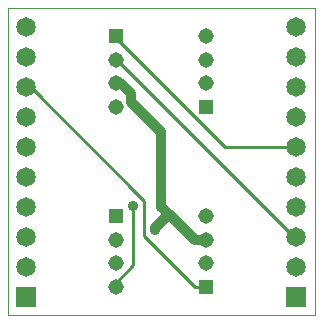
<source format=gbl>
G75*
%MOIN*%
%OFA0B0*%
%FSLAX25Y25*%
%IPPOS*%
%LPD*%
%AMOC8*
5,1,8,0,0,1.08239X$1,22.5*
%
%ADD10C,0.00000*%
%ADD11R,0.05150X0.05150*%
%ADD12C,0.05150*%
%ADD13R,0.06500X0.06500*%
%ADD14C,0.06500*%
%ADD15C,0.01000*%
%ADD16C,0.03600*%
%ADD17C,0.03200*%
D10*
X0001000Y0001000D02*
X0103500Y0001039D01*
X0103500Y0103500D01*
X0001000Y0103500D01*
X0001000Y0001000D01*
D11*
X0037250Y0034061D03*
X0067250Y0010439D03*
X0067250Y0070439D03*
X0037250Y0094061D03*
D12*
X0037250Y0086187D03*
X0037250Y0078313D03*
X0037250Y0070439D03*
X0067250Y0078313D03*
X0067250Y0086187D03*
X0067250Y0094061D03*
X0067250Y0034061D03*
X0067250Y0026187D03*
X0067250Y0018313D03*
X0037250Y0018313D03*
X0037250Y0026187D03*
X0037250Y0010439D03*
D13*
X0007250Y0007250D03*
X0097250Y0007250D03*
D14*
X0097250Y0017250D03*
X0097250Y0027250D03*
X0097250Y0037250D03*
X0097250Y0047250D03*
X0097250Y0057250D03*
X0097250Y0067250D03*
X0097250Y0077250D03*
X0097250Y0087250D03*
X0097250Y0097250D03*
X0007250Y0097250D03*
X0007250Y0087250D03*
X0007250Y0077250D03*
X0007250Y0067250D03*
X0007250Y0057250D03*
X0007250Y0047250D03*
X0007250Y0037250D03*
X0007250Y0027250D03*
X0007250Y0017250D03*
D15*
X0037450Y0012250D02*
X0037450Y0010450D01*
X0037250Y0010439D01*
X0037450Y0012250D02*
X0042850Y0017650D01*
X0042850Y0037450D01*
X0046450Y0039250D02*
X0007750Y0077950D01*
X0007250Y0077250D01*
X0037250Y0078313D02*
X0037450Y0077950D01*
X0037450Y0086050D02*
X0037250Y0086187D01*
X0037450Y0086050D02*
X0096850Y0026650D01*
X0097250Y0027250D01*
X0097250Y0057250D02*
X0073450Y0057250D01*
X0037450Y0093250D01*
X0037250Y0094061D01*
X0046450Y0039250D02*
X0046450Y0027550D01*
X0063550Y0010450D01*
X0067150Y0010450D01*
X0067250Y0010439D01*
D16*
X0050050Y0029350D03*
X0042850Y0037450D03*
D17*
X0050050Y0030050D02*
X0054750Y0034750D01*
X0052250Y0037250D01*
X0052250Y0062250D01*
X0042250Y0072250D01*
X0042250Y0074750D01*
X0039050Y0077950D01*
X0037450Y0077950D01*
X0054750Y0034750D02*
X0063313Y0026187D01*
X0067250Y0026187D01*
X0050050Y0029350D02*
X0050050Y0030050D01*
M02*

</source>
